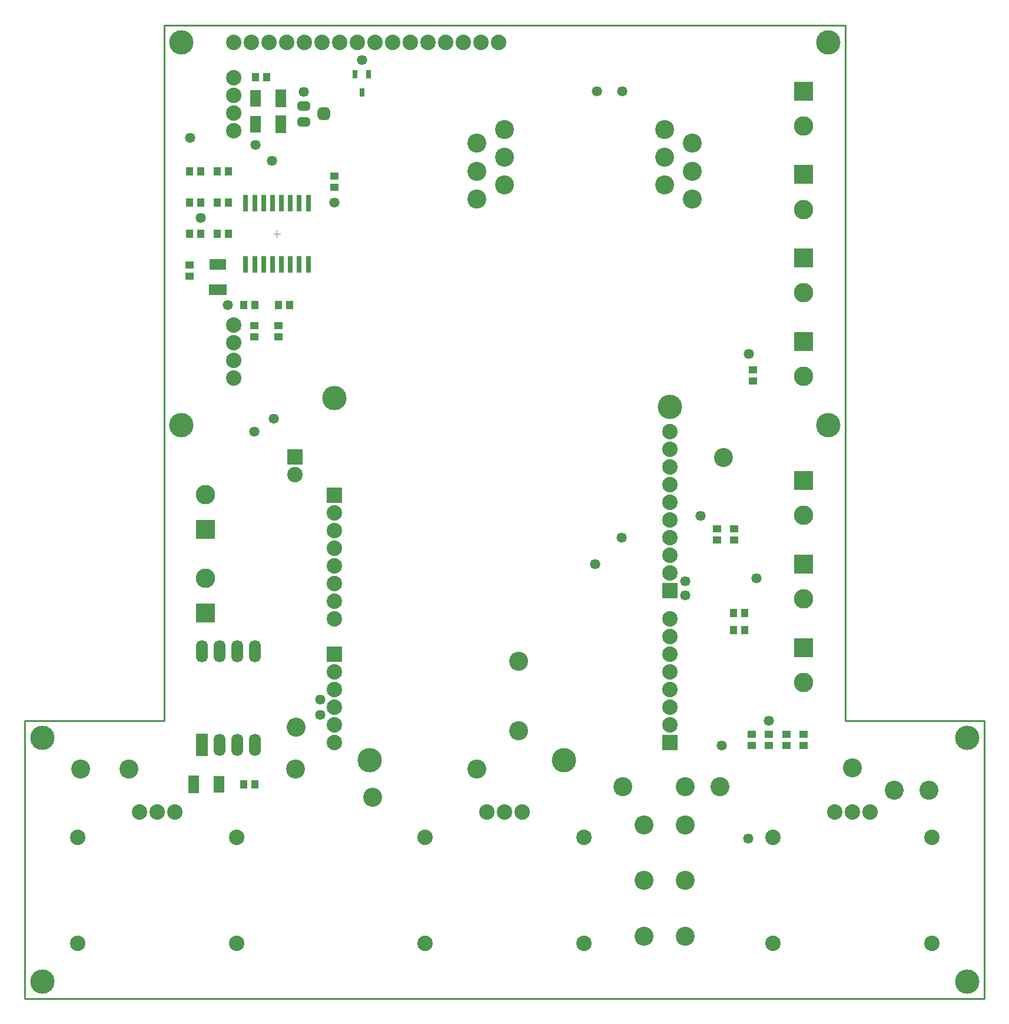
<source format=gbs>
G04 Layer_Color=16711935*
%FSLAX44Y44*%
%MOMM*%
G71*
G01*
G75*
%ADD10R,1.6000X2.5000*%
%ADD11R,1.6000X2.4000*%
%ADD17C,0.2540*%
%ADD18C,0.1000*%
%ADD28R,0.8000X2.4000*%
%ADD29R,0.7000X2.4000*%
%ADD32R,2.4000X1.6000*%
%ADD33R,2.5000X1.6000*%
%ADD41R,1.1000X1.2000*%
%ADD44C,3.5000*%
%ADD45C,2.2320*%
%ADD46R,1.7000X3.2000*%
%ADD47O,1.7000X3.2000*%
%ADD48C,2.7400*%
%ADD49R,2.2320X2.2320*%
%ADD50R,2.8000X2.8000*%
%ADD51C,2.8000*%
%ADD52C,1.4700*%
%ADD53R,1.2000X1.1000*%
%ADD54R,0.8000X1.3000*%
G04:AMPARAMS|DCode=55|XSize=1.8mm|YSize=1.8mm|CornerRadius=0.5mm|HoleSize=0mm|Usage=FLASHONLY|Rotation=90.000|XOffset=0mm|YOffset=0mm|HoleType=Round|Shape=RoundedRectangle|*
%AMROUNDEDRECTD55*
21,1,1.8000,0.8000,0,0,90.0*
21,1,0.8000,1.8000,0,0,90.0*
1,1,1.0000,0.4000,0.4000*
1,1,1.0000,0.4000,-0.4000*
1,1,1.0000,-0.4000,-0.4000*
1,1,1.0000,-0.4000,0.4000*
%
%ADD55ROUNDEDRECTD55*%
G04:AMPARAMS|DCode=56|XSize=1.3mm|YSize=1.8mm|CornerRadius=0.375mm|HoleSize=0mm|Usage=FLASHONLY|Rotation=90.000|XOffset=0mm|YOffset=0mm|HoleType=Round|Shape=RoundedRectangle|*
%AMROUNDEDRECTD56*
21,1,1.3000,1.0500,0,0,90.0*
21,1,0.5500,1.8000,0,0,90.0*
1,1,0.7500,0.5250,0.2750*
1,1,0.7500,0.5250,-0.2750*
1,1,0.7500,-0.5250,-0.2750*
1,1,0.7500,-0.5250,0.2750*
%
%ADD56ROUNDEDRECTD56*%
D10*
X243000Y308000D02*
D03*
X368000Y1257500D02*
D03*
Y1295000D02*
D03*
D11*
X279000Y308000D02*
D03*
X332000Y1257500D02*
D03*
Y1295000D02*
D03*
D17*
X200000Y1400000D02*
X1180000D01*
Y400000D02*
X1380000D01*
X200000D02*
Y1400000D01*
X0Y400000D02*
X200000D01*
X0Y0D02*
Y400000D01*
Y-0D02*
X1380000D01*
X1180000Y400000D02*
Y1400000D01*
X1380000Y0D02*
Y400000D01*
D18*
X357500Y1100000D02*
X367500D01*
X362500Y1095000D02*
Y1105000D01*
D28*
X317550Y1056000D02*
D03*
X407450D02*
D03*
Y1144000D02*
D03*
X317550D02*
D03*
D29*
X330750Y1056000D02*
D03*
X343450D02*
D03*
X356150D02*
D03*
X368850D02*
D03*
X381550D02*
D03*
X394250D02*
D03*
Y1144000D02*
D03*
X381550D02*
D03*
X368850D02*
D03*
X356150D02*
D03*
X343450D02*
D03*
X330750D02*
D03*
D32*
X277500Y1055500D02*
D03*
D33*
Y1019500D02*
D03*
D41*
X347500Y1325000D02*
D03*
X331500D02*
D03*
X315000Y308000D02*
D03*
X331000D02*
D03*
X1019500Y530000D02*
D03*
X1035500D02*
D03*
X1035500Y555000D02*
D03*
X1019500D02*
D03*
X330500Y997500D02*
D03*
X314500D02*
D03*
X364500D02*
D03*
X380500D02*
D03*
X277000Y1190000D02*
D03*
X293000D02*
D03*
X277000Y1145000D02*
D03*
X293000D02*
D03*
X277000Y1100000D02*
D03*
X293000D02*
D03*
X237000D02*
D03*
X253000D02*
D03*
X237000Y1190000D02*
D03*
X253000D02*
D03*
X237000Y1145000D02*
D03*
X253000D02*
D03*
D44*
X225000Y825000D02*
D03*
Y1375000D02*
D03*
X1155000Y825000D02*
D03*
Y1375000D02*
D03*
X1355000Y25000D02*
D03*
X25000Y375000D02*
D03*
X1355000D02*
D03*
X25000Y25000D02*
D03*
X445400Y863460D02*
D03*
X928000Y850760D02*
D03*
X496200Y342760D02*
D03*
X775600D02*
D03*
D45*
X681000Y1375000D02*
D03*
X655600D02*
D03*
X630200D02*
D03*
X604800D02*
D03*
X579400D02*
D03*
X554000D02*
D03*
X528600D02*
D03*
X503200D02*
D03*
X477800D02*
D03*
X452400D02*
D03*
X427000D02*
D03*
X401600D02*
D03*
X376200D02*
D03*
X350800D02*
D03*
X325400D02*
D03*
X300000D02*
D03*
Y1324200D02*
D03*
Y1298800D02*
D03*
Y1273400D02*
D03*
Y1248000D02*
D03*
Y968600D02*
D03*
Y943200D02*
D03*
Y892400D02*
D03*
Y917800D02*
D03*
X1164600Y268350D02*
D03*
X1190000D02*
D03*
X1215400D02*
D03*
X1304300Y79650D02*
D03*
Y231650D02*
D03*
X1075700Y79650D02*
D03*
Y231650D02*
D03*
X164600Y268350D02*
D03*
X190000D02*
D03*
X215400D02*
D03*
X304300Y79650D02*
D03*
Y231650D02*
D03*
X75700Y79650D02*
D03*
Y231650D02*
D03*
X664600Y268350D02*
D03*
X690000D02*
D03*
X715400D02*
D03*
X804300Y79650D02*
D03*
Y231650D02*
D03*
X575700Y79650D02*
D03*
Y231650D02*
D03*
X388000Y754000D02*
D03*
X445400Y698360D02*
D03*
X928000Y815200D02*
D03*
Y789800D02*
D03*
X445400Y545960D02*
D03*
Y672960D02*
D03*
X928000Y739000D02*
D03*
X445400Y571360D02*
D03*
Y596760D02*
D03*
X928000Y713600D02*
D03*
Y688200D02*
D03*
Y662800D02*
D03*
Y637400D02*
D03*
Y612000D02*
D03*
Y545960D02*
D03*
Y520560D02*
D03*
Y495160D02*
D03*
Y469760D02*
D03*
Y444360D02*
D03*
Y418960D02*
D03*
Y393560D02*
D03*
Y764400D02*
D03*
X445400Y368160D02*
D03*
Y393560D02*
D03*
Y418960D02*
D03*
Y444360D02*
D03*
Y469760D02*
D03*
Y622160D02*
D03*
Y647560D02*
D03*
D46*
X254600Y365380D02*
D03*
D47*
X280000D02*
D03*
X305400D02*
D03*
X330800D02*
D03*
X254600Y500000D02*
D03*
X280000D02*
D03*
X305400D02*
D03*
X330800D02*
D03*
D48*
X1300000Y300000D02*
D03*
X1250000D02*
D03*
X80000Y330000D02*
D03*
X650000D02*
D03*
X150000D02*
D03*
X1190000Y332000D02*
D03*
X710000Y385000D02*
D03*
Y485000D02*
D03*
X690000Y1250000D02*
D03*
X650000Y1230000D02*
D03*
X690000Y1210000D02*
D03*
X650000Y1190000D02*
D03*
X690000Y1170000D02*
D03*
X650000Y1150000D02*
D03*
X920000Y1250000D02*
D03*
X960000Y1230000D02*
D03*
X920000Y1210000D02*
D03*
X960000Y1190000D02*
D03*
X920000Y1170000D02*
D03*
X960000Y1150000D02*
D03*
X1005000Y778000D02*
D03*
X389000Y330000D02*
D03*
X390000Y390000D02*
D03*
X890000Y250000D02*
D03*
Y170000D02*
D03*
Y90000D02*
D03*
X950000Y305000D02*
D03*
X1000000D02*
D03*
X950000Y250000D02*
D03*
Y170000D02*
D03*
Y90000D02*
D03*
X860000Y305000D02*
D03*
X500000Y290000D02*
D03*
D49*
X388000Y779400D02*
D03*
X445400Y723760D02*
D03*
X928000Y586600D02*
D03*
Y368160D02*
D03*
X445400Y495160D02*
D03*
D50*
X260000Y675000D02*
D03*
Y555000D02*
D03*
X1120000Y945000D02*
D03*
Y1305000D02*
D03*
Y745000D02*
D03*
Y625000D02*
D03*
Y505000D02*
D03*
Y1185000D02*
D03*
Y1065000D02*
D03*
D51*
X260000Y725000D02*
D03*
Y605000D02*
D03*
X1120000Y895000D02*
D03*
Y1255000D02*
D03*
Y695000D02*
D03*
Y575000D02*
D03*
Y455000D02*
D03*
Y1135000D02*
D03*
Y1015000D02*
D03*
D52*
X1041000Y927000D02*
D03*
X358000Y834000D02*
D03*
X425000Y430000D02*
D03*
Y408000D02*
D03*
X401100Y1303900D02*
D03*
X445000Y1145000D02*
D03*
X485000Y1350000D02*
D03*
X292000Y997500D02*
D03*
X332000Y1228000D02*
D03*
X330000Y815000D02*
D03*
X950000Y580000D02*
D03*
X252500Y1122500D02*
D03*
X1040000Y230000D02*
D03*
X1002000Y364000D02*
D03*
X950000Y600000D02*
D03*
X237500Y1237500D02*
D03*
X820000Y625000D02*
D03*
X1070000Y400000D02*
D03*
X1052500Y605000D02*
D03*
X971500Y694000D02*
D03*
X355000Y1205000D02*
D03*
X858000Y663000D02*
D03*
X822990Y1305000D02*
D03*
X858990D02*
D03*
D53*
X1120000Y364500D02*
D03*
Y380500D02*
D03*
X1095000Y380500D02*
D03*
Y364500D02*
D03*
X1070000Y380500D02*
D03*
Y364500D02*
D03*
X1045000Y364500D02*
D03*
Y380500D02*
D03*
X995000Y659500D02*
D03*
Y675500D02*
D03*
X1020000Y675500D02*
D03*
Y659500D02*
D03*
X1047000Y904000D02*
D03*
Y888000D02*
D03*
X237000Y1039000D02*
D03*
Y1055000D02*
D03*
X330000Y968000D02*
D03*
Y952000D02*
D03*
X365000Y968000D02*
D03*
Y952000D02*
D03*
X445000Y1183000D02*
D03*
Y1167000D02*
D03*
D54*
X484500Y1303000D02*
D03*
X494000Y1329000D02*
D03*
X475000D02*
D03*
D55*
X430000Y1272500D02*
D03*
D56*
X401000Y1261000D02*
D03*
X401100Y1284000D02*
D03*
M02*

</source>
